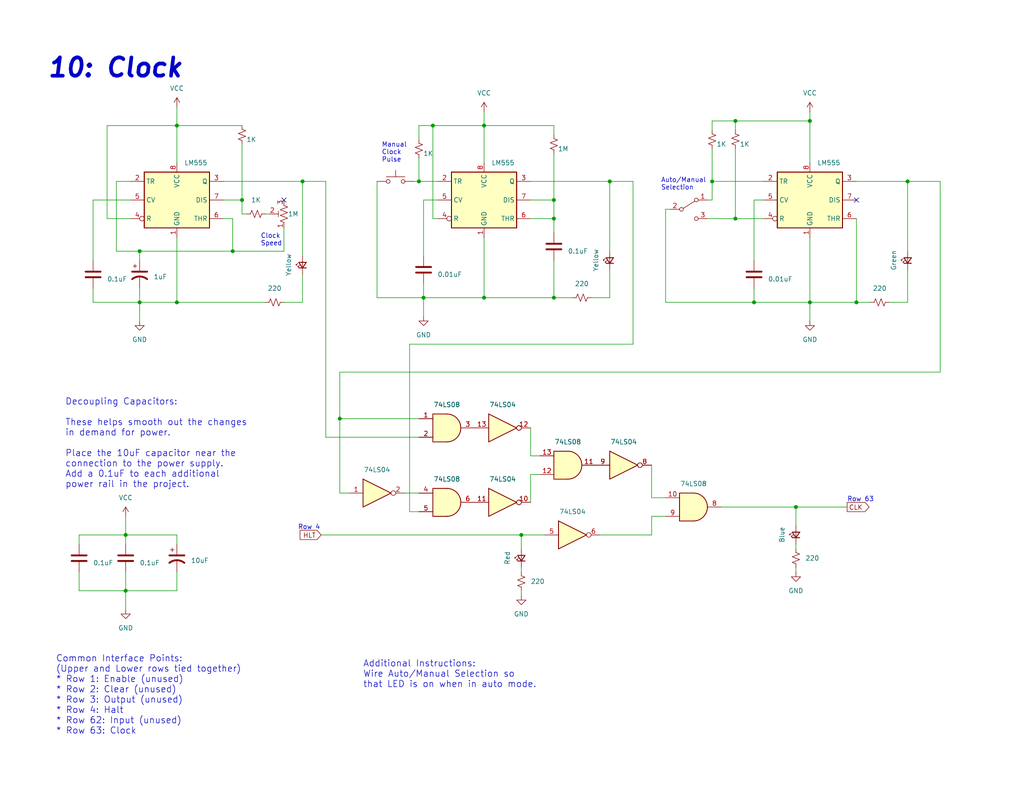
<source format=kicad_sch>
(kicad_sch (version 20211123) (generator eeschema)
  (paper "USLetter")
  (title_block (title "10: Clock Module") (date "2022-02-25") (rev "1.1") (comment 1 "This board is located in Column 1 and in Row 0"))
  (lib_symbols
    (symbol "74xx:74LS04"
      (property "Reference" "U" (at 0 1.27 0))
      (property "Value" "74LS04" (at 0 -1.27 0))
      (symbol "74LS04_1_0"
        (polyline (pts (xy -3.81 3.81) (xy -3.81 -3.81) (xy 3.81 0) (xy -3.81 3.81)) (stroke (width 0.254)) (fill (type background)))
        (pin input line (at -7.62 0 0) (length 3.81) (name "~") (number "1"))
        (pin output inverted (at 7.62 0 180) (length 3.81) (name "~") (number "2"))
      )
      (symbol "74LS04_2_0"
        (polyline (pts (xy -3.81 3.81) (xy -3.81 -3.81) (xy 3.81 0) (xy -3.81 3.81)) (stroke (width 0.254)) (fill (type background)))
        (pin input line (at -7.62 0 0) (length 3.81) (name "~") (number "3"))
        (pin output inverted (at 7.62 0 180) (length 3.81) (name "~") (number "4"))
      )
      (symbol "74LS04_3_0"
        (polyline (pts (xy -3.81 3.81) (xy -3.81 -3.81) (xy 3.81 0) (xy -3.81 3.81)) (stroke (width 0.254)) (fill (type background)))
        (pin input line (at -7.62 0 0) (length 3.81) (name "~") (number "5"))
        (pin output inverted (at 7.62 0 180) (length 3.81) (name "~") (number "6"))
      )
      (symbol "74LS04_4_0"
        (polyline (pts (xy -3.81 3.81) (xy -3.81 -3.81) (xy 3.81 0) (xy -3.81 3.81)) (stroke (width 0.254)) (fill (type background)))
        (pin output inverted (at 7.62 0 180) (length 3.81) (name "~") (number "8"))
        (pin input line (at -7.62 0 0) (length 3.81) (name "~") (number "9"))
      )
      (symbol "74LS04_5_0"
        (polyline (pts (xy -3.81 3.81) (xy -3.81 -3.81) (xy 3.81 0) (xy -3.81 3.81)) (stroke (width 0.254)) (fill (type background)))
        (pin output inverted (at 7.62 0 180) (length 3.81) (name "~") (number "10"))
        (pin input line (at -7.62 0 0) (length 3.81) (name "~") (number "11"))
      )
      (symbol "74LS04_6_0"
        (polyline (pts (xy -3.81 3.81) (xy -3.81 -3.81) (xy 3.81 0) (xy -3.81 3.81)) (stroke (width 0.254)) (fill (type background)))
        (pin output inverted (at 7.62 0 180) (length 3.81) (name "~") (number "12"))
        (pin input line (at -7.62 0 0) (length 3.81) (name "~") (number "13"))
      )
      (symbol "74LS04_7_0"
        (pin power_in line (at 0 12.7 270) (length 5.08) (name "VCC") (number "14"))
        (pin power_in line (at 0 -12.7 90) (length 5.08) (name "GND") (number "7"))
      )
      (symbol "74LS04_7_1"
        (rectangle (start -5.08 7.62) (end 5.08 -7.62) (stroke (width 0.254)) (fill (type background)))
      )
    )
    (symbol "74xx:74LS08" (pin_names (offset 1.016))
      (property "Reference" "U" (at 0 1.27 0))
      (property "Value" "74LS08" (at 0 -1.27 0))
      (symbol "74LS08_1_1"
        (arc (start 0 -3.81) (mid 3.81 0) (end 0 3.81) (stroke (width 0.254)) (fill (type background)))
        (polyline (pts (xy 0 3.81) (xy -3.81 3.81) (xy -3.81 -3.81) (xy 0 -3.81)) (stroke (width 0.254)) (fill (type background)))
        (pin input line (at -7.62 2.54 0) (length 3.81) (name "~") (number "1"))
        (pin input line (at -7.62 -2.54 0) (length 3.81) (name "~") (number "2"))
        (pin output line (at 7.62 0 180) (length 3.81) (name "~") (number "3"))
      )
      (symbol "74LS08_1_2"
        (arc (start -3.81 -3.81) (mid -2.589 0) (end -3.81 3.81) (stroke (width 0.254)))
        (arc (start -0.6096 -3.81) (mid 2.1855 -2.584) (end 3.81 0) (stroke (width 0.254)) (fill (type background)))
        (polyline (pts (xy -3.81 -3.81) (xy -0.635 -3.81)) (stroke (width 0.254)) (fill (type background)))
        (polyline (pts (xy -3.81 3.81) (xy -0.635 3.81)) (stroke (width 0.254)) (fill (type background)))
        (polyline (pts (xy -0.635 3.81) (xy -3.81 3.81) (xy -3.81 3.81) (xy -3.556 3.4036) (xy -3.0226 2.2606) (xy -2.6924 1.0414) (xy -2.6162 -0.254) (xy -2.7686 -1.4986) (xy -3.175 -2.7178) (xy -3.81 -3.81) (xy -3.81 -3.81) (xy -0.635 -3.81)) (stroke (width -25.4)) (fill (type background)))
        (arc (start 3.81 0) (mid 2.1928 2.5925) (end -0.6096 3.81) (stroke (width 0.254)) (fill (type background)))
        (pin input inverted (at -7.62 2.54 0) (length 4.318) (name "~") (number "1"))
        (pin input inverted (at -7.62 -2.54 0) (length 4.318) (name "~") (number "2"))
        (pin output inverted (at 7.62 0 180) (length 3.81) (name "~") (number "3"))
      )
      (symbol "74LS08_2_1"
        (arc (start 0 -3.81) (mid 3.81 0) (end 0 3.81) (stroke (width 0.254)) (fill (type background)))
        (polyline (pts (xy 0 3.81) (xy -3.81 3.81) (xy -3.81 -3.81) (xy 0 -3.81)) (stroke (width 0.254)) (fill (type background)))
        (pin input line (at -7.62 2.54 0) (length 3.81) (name "~") (number "4"))
        (pin input line (at -7.62 -2.54 0) (length 3.81) (name "~") (number "5"))
        (pin output line (at 7.62 0 180) (length 3.81) (name "~") (number "6"))
      )
      (symbol "74LS08_2_2"
        (arc (start -3.81 -3.81) (mid -2.589 0) (end -3.81 3.81) (stroke (width 0.254)))
        (arc (start -0.6096 -3.81) (mid 2.1855 -2.584) (end 3.81 0) (stroke (width 0.254)) (fill (type background)))
        (polyline (pts (xy -3.81 -3.81) (xy -0.635 -3.81)) (stroke (width 0.254)) (fill (type background)))
        (polyline (pts (xy -3.81 3.81) (xy -0.635 3.81)) (stroke (width 0.254)) (fill (type background)))
        (polyline (pts (xy -0.635 3.81) (xy -3.81 3.81) (xy -3.81 3.81) (xy -3.556 3.4036) (xy -3.0226 2.2606) (xy -2.6924 1.0414) (xy -2.6162 -0.254) (xy -2.7686 -1.4986) (xy -3.175 -2.7178) (xy -3.81 -3.81) (xy -3.81 -3.81) (xy -0.635 -3.81)) (stroke (width -25.4)) (fill (type background)))
        (arc (start 3.81 0) (mid 2.1928 2.5925) (end -0.6096 3.81) (stroke (width 0.254)) (fill (type background)))
        (pin input inverted (at -7.62 2.54 0) (length 4.318) (name "~") (number "4"))
        (pin input inverted (at -7.62 -2.54 0) (length 4.318) (name "~") (number "5"))
        (pin output inverted (at 7.62 0 180) (length 3.81) (name "~") (number "6"))
      )
      (symbol "74LS08_3_1"
        (arc (start 0 -3.81) (mid 3.81 0) (end 0 3.81) (stroke (width 0.254)) (fill (type background)))
        (polyline (pts (xy 0 3.81) (xy -3.81 3.81) (xy -3.81 -3.81) (xy 0 -3.81)) (stroke (width 0.254)) (fill (type background)))
        (pin input line (at -7.62 -2.54 0) (length 3.81) (name "~") (number "10"))
        (pin output line (at 7.62 0 180) (length 3.81) (name "~") (number "8"))
        (pin input line (at -7.62 2.54 0) (length 3.81) (name "~") (number "9"))
      )
      (symbol "74LS08_3_2"
        (arc (start -3.81 -3.81) (mid -2.589 0) (end -3.81 3.81) (stroke (width 0.254)))
        (arc (start -0.6096 -3.81) (mid 2.1855 -2.584) (end 3.81 0) (stroke (width 0.254)) (fill (type background)))
        (polyline (pts (xy -3.81 -3.81) (xy -0.635 -3.81)) (stroke (width 0.254)) (fill (type background)))
        (polyline (pts (xy -3.81 3.81) (xy -0.635 3.81)) (stroke (width 0.254)) (fill (type background)))
        (polyline (pts (xy -0.635 3.81) (xy -3.81 3.81) (xy -3.81 3.81) (xy -3.556 3.4036) (xy -3.0226 2.2606) (xy -2.6924 1.0414) (xy -2.6162 -0.254) (xy -2.7686 -1.4986) (xy -3.175 -2.7178) (xy -3.81 -3.81) (xy -3.81 -3.81) (xy -0.635 -3.81)) (stroke (width -25.4)) (fill (type background)))
        (arc (start 3.81 0) (mid 2.1928 2.5925) (end -0.6096 3.81) (stroke (width 0.254)) (fill (type background)))
        (pin input inverted (at -7.62 -2.54 0) (length 4.318) (name "~") (number "10"))
        (pin output inverted (at 7.62 0 180) (length 3.81) (name "~") (number "8"))
        (pin input inverted (at -7.62 2.54 0) (length 4.318) (name "~") (number "9"))
      )
      (symbol "74LS08_4_1"
        (arc (start 0 -3.81) (mid 3.81 0) (end 0 3.81) (stroke (width 0.254)) (fill (type background)))
        (polyline (pts (xy 0 3.81) (xy -3.81 3.81) (xy -3.81 -3.81) (xy 0 -3.81)) (stroke (width 0.254)) (fill (type background)))
        (pin output line (at 7.62 0 180) (length 3.81) (name "~") (number "11"))
        (pin input line (at -7.62 2.54 0) (length 3.81) (name "~") (number "12"))
        (pin input line (at -7.62 -2.54 0) (length 3.81) (name "~") (number "13"))
      )
      (symbol "74LS08_4_2"
        (arc (start -3.81 -3.81) (mid -2.589 0) (end -3.81 3.81) (stroke (width 0.254)))
        (arc (start -0.6096 -3.81) (mid 2.1855 -2.584) (end 3.81 0) (stroke (width 0.254)) (fill (type background)))
        (polyline (pts (xy -3.81 -3.81) (xy -0.635 -3.81)) (stroke (width 0.254)) (fill (type background)))
        (polyline (pts (xy -3.81 3.81) (xy -0.635 3.81)) (stroke (width 0.254)) (fill (type background)))
        (polyline (pts (xy -0.635 3.81) (xy -3.81 3.81) (xy -3.81 3.81) (xy -3.556 3.4036) (xy -3.0226 2.2606) (xy -2.6924 1.0414) (xy -2.6162 -0.254) (xy -2.7686 -1.4986) (xy -3.175 -2.7178) (xy -3.81 -3.81) (xy -3.81 -3.81) (xy -0.635 -3.81)) (stroke (width -25.4)) (fill (type background)))
        (arc (start 3.81 0) (mid 2.1928 2.5925) (end -0.6096 3.81) (stroke (width 0.254)) (fill (type background)))
        (pin output inverted (at 7.62 0 180) (length 3.81) (name "~") (number "11"))
        (pin input inverted (at -7.62 2.54 0) (length 4.318) (name "~") (number "12"))
        (pin input inverted (at -7.62 -2.54 0) (length 4.318) (name "~") (number "13"))
      )
      (symbol "74LS08_5_0"
        (pin power_in line (at 0 12.7 270) (length 5.08) (name "VCC") (number "14"))
        (pin power_in line (at 0 -12.7 90) (length 5.08) (name "GND") (number "7"))
      )
      (symbol "74LS08_5_1"
        (rectangle (start -5.08 7.62) (end 5.08 -7.62) (stroke (width 0.254)) (fill (type background)))
      )
    )
    (symbol "Device:C" (pin_numbers hide) (pin_names (offset 0.254))
      (property "Reference" "C" (at 0.635 2.54 0))
      (property "Value" "C" (at 0.635 -2.54 0))
      (symbol "C_0_1"
        (polyline (pts (xy -2.032 -0.762) (xy 2.032 -0.762)) (stroke (width 0.508)))
        (polyline (pts (xy -2.032 0.762) (xy 2.032 0.762)) (stroke (width 0.508)))
      )
      (symbol "C_1_1"
        (pin passive line (at 0 3.81 270) (length 2.794) (name "~") (number "1"))
        (pin passive line (at 0 -3.81 90) (length 2.794) (name "~") (number "2"))
      )
    )
    (symbol "Device:C_Polarized_US" (pin_numbers hide) (pin_names (offset 0.254) hide)
      (property "Reference" "C" (at 0.635 2.54 0))
      (property "Value" "C_Polarized_US" (at 0.635 -2.54 0))
      (symbol "C_Polarized_US_0_1"
        (polyline (pts (xy -2.032 0.762) (xy 2.032 0.762)) (stroke (width 0.508)))
        (polyline (pts (xy -1.778 2.286) (xy -0.762 2.286)))
        (polyline (pts (xy -1.27 1.778) (xy -1.27 2.794)))
        (arc (start 2.032 -1.27) (mid 0 -0.5572) (end -2.032 -1.27) (stroke (width 0.508)))
      )
      (symbol "C_Polarized_US_1_1"
        (pin passive line (at 0 3.81 270) (length 2.794) (name "~") (number "1"))
        (pin passive line (at 0 -3.81 90) (length 3.302) (name "~") (number "2"))
      )
    )
    (symbol "Device:LED_Small" (pin_numbers hide) (pin_names (offset 0.254) hide)
      (property "Reference" "D" (at -1.27 3.175 0))
      (property "Value" "LED_Small" (at -4.445 -2.54 0))
      (symbol "LED_Small_0_1"
        (polyline (pts (xy -0.762 -1.016) (xy -0.762 1.016)) (stroke (width 0.254)))
        (polyline (pts (xy 1.016 0) (xy -0.762 0)))
        (polyline (pts (xy 0.762 -1.016) (xy -0.762 0) (xy 0.762 1.016) (xy 0.762 -1.016)) (stroke (width 0.254)))
        (polyline (pts (xy 0 0.762) (xy -0.508 1.27) (xy -0.254 1.27) (xy -0.508 1.27) (xy -0.508 1.016)))
        (polyline (pts (xy 0.508 1.27) (xy 0 1.778) (xy 0.254 1.778) (xy 0 1.778) (xy 0 1.524)))
      )
      (symbol "LED_Small_1_1"
        (pin passive line (at -2.54 0 0) (length 1.778) (name "K") (number "1"))
        (pin passive line (at 2.54 0 180) (length 1.778) (name "A") (number "2"))
      )
    )
    (symbol "Device:R_Potentiometer_Trim_US" (pin_names (offset 1.016) hide)
      (property "Reference" "RV" (at -4.445 0 90))
      (property "Value" "R_Potentiometer_Trim_US" (at -2.54 0 90))
      (symbol "R_Potentiometer_Trim_US_0_1"
        (polyline (pts (xy 0 -2.286) (xy 0 -2.54)))
        (polyline (pts (xy 0 2.286) (xy 0 2.54)))
        (polyline (pts (xy 1.524 0.762) (xy 1.524 -0.762)))
        (polyline (pts (xy 2.54 0) (xy 1.524 0)))
        (polyline (pts (xy 0 -0.762) (xy 1.016 -1.143) (xy 0 -1.524) (xy -1.016 -1.905) (xy 0 -2.286)))
        (polyline (pts (xy 0 0.762) (xy 1.016 0.381) (xy 0 0) (xy -1.016 -0.381) (xy 0 -0.762)))
        (polyline (pts (xy 0 2.286) (xy 1.016 1.905) (xy 0 1.524) (xy -1.016 1.143) (xy 0 0.762)))
      )
      (symbol "R_Potentiometer_Trim_US_1_1"
        (pin passive line (at 0 3.81 270) (length 1.27) (name "1") (number "1"))
        (pin passive line (at 3.81 0 180) (length 1.27) (name "2") (number "2"))
        (pin passive line (at 0 -3.81 90) (length 1.27) (name "3") (number "3"))
      )
    )
    (symbol "Device:R_Small_US" (pin_numbers hide) (pin_names (offset 0.254) hide)
      (property "Reference" "R" (at 0.762 0.508 0))
      (property "Value" "R_Small_US" (at 0.762 -1.016 0))
      (symbol "R_Small_US_1_1"
        (polyline (pts (xy 0 0) (xy 1.016 -0.381) (xy 0 -0.762) (xy -1.016 -1.143) (xy 0 -1.524)))
        (polyline (pts (xy 0 1.524) (xy 1.016 1.143) (xy 0 0.762) (xy -1.016 0.381) (xy 0 0)))
        (pin passive line (at 0 2.54 270) (length 1.016) (name "~") (number "1"))
        (pin passive line (at 0 -2.54 90) (length 1.016) (name "~") (number "2"))
      )
    )
    (symbol "Switch:SW_Push" (pin_numbers hide) (pin_names (offset 1.016) hide)
      (property "Reference" "SW" (at 1.27 2.54 0))
      (property "Value" "SW_Push" (at 0 -1.524 0))
      (symbol "SW_Push_0_1"
        (circle (center -2.032 0) (radius 0.508))
        (polyline (pts (xy 0 1.27) (xy 0 3.048)))
        (polyline (pts (xy 2.54 1.27) (xy -2.54 1.27)))
        (circle (center 2.032 0) (radius 0.508))
        (pin passive line (at -5.08 0 0) (length 2.54) (name "1") (number "1"))
        (pin passive line (at 5.08 0 180) (length 2.54) (name "2") (number "2"))
      )
    )
    (symbol "Switch:SW_SPDT" (pin_names (offset 0) hide)
      (property "Reference" "SW" (at 0 4.318 0))
      (property "Value" "SW_SPDT" (at 0 -5.08 0))
      (symbol "SW_SPDT_0_0"
        (circle (center -2.032 0) (radius 0.508))
        (circle (center 2.032 -2.54) (radius 0.508))
      )
      (symbol "SW_SPDT_0_1"
        (polyline (pts (xy -1.524 0.254) (xy 1.651 2.286)))
        (circle (center 2.032 2.54) (radius 0.508))
      )
      (symbol "SW_SPDT_1_1"
        (pin passive line (at 5.08 2.54 180) (length 2.54) (name "A") (number "1"))
        (pin passive line (at -5.08 0 0) (length 2.54) (name "B") (number "2"))
        (pin passive line (at 5.08 -2.54 180) (length 2.54) (name "C") (number "3"))
      )
    )
    (symbol "Timer:LM555xM"
      (property "Reference" "U" (at -10.16 8.89 0))
      (property "Value" "LM555xM" (at 2.54 8.89 0))
      (symbol "LM555xM_0_0"
        (pin power_in line (at 0 -10.16 90) (length 2.54) (name "GND") (number "1"))
        (pin power_in line (at 0 10.16 270) (length 2.54) (name "VCC") (number "8"))
      )
      (symbol "LM555xM_0_1"
        (rectangle (start -8.89 -7.62) (end 8.89 7.62) (stroke (width 0.254)) (fill (type background)))
        (rectangle (start -8.89 -7.62) (end 8.89 7.62) (stroke (width 0.254)) (fill (type background)))
      )
      (symbol "LM555xM_1_1"
        (pin input line (at -12.7 5.08 0) (length 3.81) (name "TR") (number "2"))
        (pin output line (at 12.7 5.08 180) (length 3.81) (name "Q") (number "3"))
        (pin input inverted (at -12.7 -5.08 0) (length 3.81) (name "R") (number "4"))
        (pin input line (at -12.7 0 0) (length 3.81) (name "CV") (number "5"))
        (pin input line (at 12.7 -5.08 180) (length 3.81) (name "THR") (number "6"))
        (pin input line (at 12.7 0 180) (length 3.81) (name "DIS") (number "7"))
      )
    )
    (symbol "power:GND" (power) (pin_names (offset 0))
      (property "Value" "GND" (at 0 -3.81 0))
      (symbol "GND_0_1"
        (polyline (pts (xy 0 0) (xy 0 -1.27) (xy 1.27 -1.27) (xy 0 -2.54) (xy -1.27 -1.27) (xy 0 -1.27)))
      )
      (symbol "GND_1_1"
        (pin power_in line (at 0 0 270) (length 0) hide (name "GND") (number "1"))
      )
    )
    (symbol "power:VCC" (power) (pin_names (offset 0))
      (property "Value" "VCC" (at 0 3.81 0))
      (symbol "VCC_0_1"
        (polyline (pts (xy -0.762 1.27) (xy 0 2.54)))
        (polyline (pts (xy 0 0) (xy 0 2.54)))
        (polyline (pts (xy 0 2.54) (xy 0.762 1.27)))
      )
      (symbol "VCC_1_1"
        (pin power_in line (at 0 0 90) (length 0) hide (name "VCC") (number "1"))
      )
    )
  )
  (junction (at 151.13 81.28))
  (junction (at 132.08 34.29))
  (junction (at 151.13 54.61))
  (junction (at 151.13 59.69))
  (junction (at 38.1 82.55))
  (junction (at 63.5 68.58))
  (junction (at 247.65 49.53))
  (junction (at 200.66 33.02))
  (junction (at 142.24 146.05))
  (junction (at 220.98 82.55))
  (junction (at 66.04 54.61))
  (junction (at 92.71 114.3))
  (junction (at 48.26 82.55))
  (junction (at 34.29 161.29))
  (junction (at 220.98 33.02))
  (junction (at 205.74 82.55))
  (junction (at 34.29 146.05))
  (junction (at 166.37 49.53))
  (junction (at 132.08 81.28))
  (junction (at 217.17 138.43))
  (junction (at 38.1 68.58))
  (junction (at 114.3 49.53))
  (junction (at 200.66 59.69))
  (junction (at 48.26 34.29))
  (junction (at 82.55 49.53))
  (junction (at 115.57 81.28))
  (junction (at 233.68 82.55))
  (junction (at 118.11 34.29))
  (junction (at 194.31 49.53))
  (no_connect (at 233.68 54.61))
  (no_connect (at 77.47 54.61))
  (wire (pts (xy 21.59 156.21) (xy 21.59 161.29)))
  (wire (pts (xy 194.31 49.53) (xy 208.28 49.53)))
  (wire (pts (xy 163.83 146.05) (xy 177.8 146.05)))
  (wire (pts (xy 220.98 82.55) (xy 220.98 87.63)))
  (wire (pts (xy 38.1 82.55) (xy 38.1 87.63)))
  (wire (pts (xy 114.3 49.53) (xy 119.38 49.53)))
  (wire (pts (xy 144.78 54.61) (xy 151.13 54.61)))
  (wire (pts (xy 132.08 34.29) (xy 132.08 44.45)))
  (wire (pts (xy 115.57 81.28) (xy 132.08 81.28)))
  (wire (pts (xy 60.96 49.53) (xy 82.55 49.53)))
  (wire (pts (xy 115.57 77.47) (xy 115.57 81.28)))
  (wire (pts (xy 25.4 78.74) (xy 25.4 82.55)))
  (wire (pts (xy 60.96 54.61) (xy 66.04 54.61)))
  (wire (pts (xy 233.68 82.55) (xy 237.49 82.55)))
  (wire (pts (xy 60.96 59.69) (xy 63.5 59.69)))
  (wire (pts (xy 144.78 129.54) (xy 147.32 129.54)))
  (wire (pts (xy 256.54 49.53) (xy 256.54 101.6)))
  (wire (pts (xy 35.56 59.69) (xy 29.21 59.69)))
  (wire (pts (xy 205.74 54.61) (xy 205.74 71.12)))
  (wire (pts (xy 177.8 127) (xy 177.8 135.89)))
  (wire (pts (xy 142.24 146.05) (xy 148.59 146.05)))
  (wire (pts (xy 21.59 161.29) (xy 34.29 161.29)))
  (wire (pts (xy 151.13 41.91) (xy 151.13 54.61)))
  (wire (pts (xy 38.1 68.58) (xy 38.1 71.12)))
  (wire (pts (xy 200.66 33.02) (xy 220.98 33.02)))
  (wire (pts (xy 193.04 59.69) (xy 200.66 59.69)))
  (wire (pts (xy 247.65 68.58) (xy 247.65 49.53)))
  (wire (pts (xy 102.87 49.53) (xy 102.87 81.28)))
  (wire (pts (xy 114.3 38.1) (xy 114.3 34.29)))
  (wire (pts (xy 118.11 34.29) (xy 132.08 34.29)))
  (wire (pts (xy 25.4 82.55) (xy 38.1 82.55)))
  (wire (pts (xy 88.9 119.38) (xy 88.9 49.53)))
  (wire (pts (xy 25.4 54.61) (xy 25.4 71.12)))
  (wire (pts (xy 72.39 58.42) (xy 73.66 58.42)))
  (wire (pts (xy 66.04 34.29) (xy 48.26 34.29)))
  (wire (pts (xy 35.56 54.61) (xy 25.4 54.61)))
  (wire (pts (xy 38.1 82.55) (xy 48.26 82.55)))
  (wire (pts (xy 21.59 148.59) (xy 21.59 146.05)))
  (wire (pts (xy 115.57 54.61) (xy 115.57 69.85)))
  (wire (pts (xy 217.17 154.94) (xy 217.17 156.21)))
  (wire (pts (xy 82.55 74.93) (xy 82.55 82.55)))
  (wire (pts (xy 92.71 101.6) (xy 256.54 101.6)))
  (wire (pts (xy 114.3 34.29) (xy 118.11 34.29)))
  (wire (pts (xy 208.28 54.61) (xy 205.74 54.61)))
  (wire (pts (xy 114.3 43.18) (xy 114.3 49.53)))
  (wire (pts (xy 115.57 81.28) (xy 115.57 86.36)))
  (wire (pts (xy 118.11 59.69) (xy 119.38 59.69)))
  (wire (pts (xy 144.78 49.53) (xy 166.37 49.53)))
  (wire (pts (xy 63.5 59.69) (xy 63.5 68.58)))
  (wire (pts (xy 182.88 57.15) (xy 181.61 57.15)))
  (wire (pts (xy 172.72 93.98) (xy 111.76 93.98)))
  (wire (pts (xy 220.98 33.02) (xy 220.98 44.45)))
  (wire (pts (xy 217.17 148.59) (xy 217.17 149.86)))
  (wire (pts (xy 29.21 59.69) (xy 29.21 34.29)))
  (wire (pts (xy 38.1 78.74) (xy 38.1 82.55)))
  (wire (pts (xy 177.8 135.89) (xy 181.61 135.89)))
  (wire (pts (xy 233.68 59.69) (xy 233.68 82.55)))
  (wire (pts (xy 111.76 93.98) (xy 111.76 139.7)))
  (wire (pts (xy 132.08 30.48) (xy 132.08 34.29)))
  (wire (pts (xy 92.71 114.3) (xy 114.3 114.3)))
  (wire (pts (xy 110.49 134.62) (xy 114.3 134.62)))
  (wire (pts (xy 119.38 54.61) (xy 115.57 54.61)))
  (wire (pts (xy 151.13 81.28) (xy 156.21 81.28)))
  (wire (pts (xy 29.21 34.29) (xy 48.26 34.29)))
  (wire (pts (xy 66.04 39.37) (xy 66.04 54.61)))
  (wire (pts (xy 48.26 156.21) (xy 48.26 161.29)))
  (wire (pts (xy 194.31 49.53) (xy 194.31 54.61)))
  (wire (pts (xy 92.71 114.3) (xy 92.71 134.62)))
  (wire (pts (xy 77.47 62.23) (xy 77.47 68.58)))
  (wire (pts (xy 144.78 137.16) (xy 144.78 129.54)))
  (wire (pts (xy 194.31 33.02) (xy 200.66 33.02)))
  (wire (pts (xy 144.78 124.46) (xy 147.32 124.46)))
  (wire (pts (xy 111.76 139.7) (xy 114.3 139.7)))
  (wire (pts (xy 132.08 64.77) (xy 132.08 81.28)))
  (wire (pts (xy 132.08 34.29) (xy 151.13 34.29)))
  (wire (pts (xy 48.26 64.77) (xy 48.26 82.55)))
  (wire (pts (xy 166.37 49.53) (xy 166.37 68.58)))
  (wire (pts (xy 220.98 30.48) (xy 220.98 33.02)))
  (wire (pts (xy 205.74 78.74) (xy 205.74 82.55)))
  (wire (pts (xy 31.75 68.58) (xy 38.1 68.58)))
  (wire (pts (xy 34.29 140.97) (xy 34.29 146.05)))
  (wire (pts (xy 151.13 59.69) (xy 151.13 63.5)))
  (wire (pts (xy 194.31 40.64) (xy 194.31 49.53)))
  (wire (pts (xy 181.61 82.55) (xy 205.74 82.55)))
  (wire (pts (xy 151.13 54.61) (xy 151.13 59.69)))
  (wire (pts (xy 177.8 146.05) (xy 177.8 140.97)))
  (wire (pts (xy 196.85 138.43) (xy 217.17 138.43)))
  (wire (pts (xy 242.57 82.55) (xy 247.65 82.55)))
  (wire (pts (xy 77.47 68.58) (xy 63.5 68.58)))
  (wire (pts (xy 66.04 54.61) (xy 66.04 58.42)))
  (wire (pts (xy 200.66 40.64) (xy 200.66 59.69)))
  (wire (pts (xy 200.66 59.69) (xy 208.28 59.69)))
  (wire (pts (xy 205.74 82.55) (xy 220.98 82.55)))
  (wire (pts (xy 102.87 81.28) (xy 115.57 81.28)))
  (wire (pts (xy 161.29 81.28) (xy 166.37 81.28)))
  (wire (pts (xy 82.55 49.53) (xy 88.9 49.53)))
  (wire (pts (xy 82.55 49.53) (xy 82.55 69.85)))
  (wire (pts (xy 48.26 34.29) (xy 48.26 44.45)))
  (wire (pts (xy 220.98 82.55) (xy 233.68 82.55)))
  (wire (pts (xy 48.26 161.29) (xy 34.29 161.29)))
  (wire (pts (xy 34.29 161.29) (xy 34.29 166.37)))
  (wire (pts (xy 31.75 49.53) (xy 31.75 68.58)))
  (wire (pts (xy 217.17 138.43) (xy 231.14 138.43)))
  (wire (pts (xy 151.13 34.29) (xy 151.13 36.83)))
  (wire (pts (xy 217.17 138.43) (xy 217.17 143.51)))
  (wire (pts (xy 142.24 154.94) (xy 142.24 156.21)))
  (wire (pts (xy 194.31 35.56) (xy 194.31 33.02)))
  (wire (pts (xy 132.08 81.28) (xy 151.13 81.28)))
  (wire (pts (xy 92.71 101.6) (xy 92.71 114.3)))
  (wire (pts (xy 177.8 140.97) (xy 181.61 140.97)))
  (wire (pts (xy 118.11 34.29) (xy 118.11 59.69)))
  (wire (pts (xy 181.61 57.15) (xy 181.61 82.55)))
  (wire (pts (xy 142.24 146.05) (xy 142.24 149.86)))
  (wire (pts (xy 34.29 146.05) (xy 34.29 148.59)))
  (wire (pts (xy 34.29 156.21) (xy 34.29 161.29)))
  (wire (pts (xy 172.72 49.53) (xy 172.72 93.98)))
  (wire (pts (xy 220.98 64.77) (xy 220.98 82.55)))
  (wire (pts (xy 48.26 82.55) (xy 72.39 82.55)))
  (wire (pts (xy 166.37 73.66) (xy 166.37 81.28)))
  (wire (pts (xy 233.68 49.53) (xy 247.65 49.53)))
  (wire (pts (xy 151.13 71.12) (xy 151.13 81.28)))
  (wire (pts (xy 63.5 68.58) (xy 38.1 68.58)))
  (wire (pts (xy 66.04 58.42) (xy 67.31 58.42)))
  (wire (pts (xy 48.26 29.21) (xy 48.26 34.29)))
  (wire (pts (xy 77.47 82.55) (xy 82.55 82.55)))
  (wire (pts (xy 247.65 73.66) (xy 247.65 82.55)))
  (wire (pts (xy 166.37 49.53) (xy 172.72 49.53)))
  (wire (pts (xy 142.24 161.29) (xy 142.24 162.56)))
  (wire (pts (xy 113.03 49.53) (xy 114.3 49.53)))
  (wire (pts (xy 114.3 119.38) (xy 88.9 119.38)))
  (wire (pts (xy 35.56 49.53) (xy 31.75 49.53)))
  (wire (pts (xy 48.26 146.05) (xy 34.29 146.05)))
  (wire (pts (xy 247.65 49.53) (xy 256.54 49.53)))
  (wire (pts (xy 87.63 146.05) (xy 142.24 146.05)))
  (wire (pts (xy 144.78 59.69) (xy 151.13 59.69)))
  (wire (pts (xy 144.78 116.84) (xy 144.78 124.46)))
  (wire (pts (xy 48.26 148.59) (xy 48.26 146.05)))
  (wire (pts (xy 193.04 54.61) (xy 194.31 54.61)))
  (wire (pts (xy 200.66 35.56) (xy 200.66 33.02)))
  (wire (pts (xy 92.71 134.62) (xy 95.25 134.62)))
  (wire (pts (xy 21.59 146.05) (xy 34.29 146.05)))
  (text "Row 63" (at 231.14 137.16 0) (effects (font (size 1.27 1.27)) (justify left bottom)))
  (text "Manual\nClock\nPulse" (at 104.14 44.45 0) (effects (font (size 1.27 1.27)) (justify left bottom)))
  (text "Clock\nSpeed" (at 71.12 67.31 0) (effects (font (size 1.27 1.27)) (justify left bottom)))
  (text "Common Interface Points:\n(Upper and Lower rows tied together)\n* Row 1: Enable (unused)\n* Row 2: Clear (unused)\n* Row 3: Output (unused)\n* Row 4: Halt\n* Row 62: Input (unused)\n* Row 63: Clock" (at 15.24 200.66 0) (effects (font (size 1.75 1.75)) (justify left bottom)))
  (text "Decoupling Capacitors:\n\nThese helps smooth out the changes\nin demand for power.\n\nPlace the 10uF capacitor near the \nconnection to the power supply. \nAdd a 0.1uF to each additional \npower rail in the project." (at 17.78 133.35 0) (effects (font (size 1.75 1.75)) (justify left bottom)))
  (text "Additional Instructions:\nWire Auto/Manual Selection so \nthat LED is on when in auto mode." (at 99.06 187.96 0) (effects (font (size 1.75 1.75)) (justify left bottom)))
  (text "Auto/Manual\nSelection" (at 180.34 52.07 0) (effects (font (size 1.27 1.27)) (justify left bottom)))
  (text "Row 4" (at 81.28 144.78 0) (effects (font (size 1.27 1.27)) (justify left bottom)))
  (text "10: Clock" (at 12.7 21.59 0) (effects (font (size 5 5) (thickness 1) bold italic) (justify left bottom)))
  (global_label "HLT" (shape input) (at 87.63 146.05 180) (property "Intersheet References" "${INTERSHEET_REFS}" (effects hide)))
  (global_label "CLK" (shape output) (at 231.14 138.43 0) (property "Intersheet References" "${INTERSHEET_REFS}" (effects hide)))
  (symbol (lib_id "power:GND") (at 142.24 162.56 0) (unit 1)
    (property "Reference" "#PWR0107" (effects hide))
    (property "Value" "GND" (at 142.24 167.64 0))
  )
  (symbol (lib_id "Device:R_Small_US") (at 217.17 152.4 180) (unit 1)
    (property "Reference" "R10" (effects hide))
    (property "Value" "220" (at 219.71 152.3999 0) (effects (justify right)))
  )
  (symbol (lib_id "Device:LED_Small") (at 166.37 71.12 90) (unit 1)
    (property "Reference" "D3" (effects hide))
    (property "Value" "Yellow" (at 162.56 71.0565 0))
  )
  (symbol (lib_id "Device:C") (at 34.29 152.4 0) (unit 1)
    (property "Reference" "C7" (effects hide))
    (property "Value" "0.1uF" (at 38.1 153.6699 0) (effects (justify left)))
  )
  (symbol (lib_id "power:GND") (at 220.98 87.63 0) (unit 1)
    (property "Reference" "#PWR0105" (effects hide))
    (property "Value" "GND" (at 220.98 92.71 0))
  )
  (symbol (lib_id "Device:R_Small_US") (at 158.75 81.28 90) (unit 1)
    (property "Reference" "R7" (effects hide))
    (property "Value" "220" (at 158.75 77.47 90))
  )
  (symbol (lib_id "74xx:74LS08") (at 121.92 137.16 0) (unit 2)
    (property "Reference" "U3" (effects hide))
    (property "Value" "74LS08" (at 121.92 130.81 0))
    (property "Datasheet" "http://www.ti.com/lit/gpn/sn74LS08" (effects hide))
  )
  (symbol (lib_id "74xx:74LS04") (at 102.87 134.62 0) (unit 1)
    (property "Reference" "U2" (effects hide))
    (property "Value" "74LS04" (at 102.87 128.27 0))
    (property "Datasheet" "http://www.ti.com/lit/gpn/sn74LS04" (effects hide))
  )
  (symbol (lib_id "Device:R_Small_US") (at 200.66 38.1 0) (unit 1)
    (property "Reference" "R9" (effects hide))
    (property "Value" "1K" (at 203.2 39.3699 0))
  )
  (symbol (lib_id "power:VCC") (at 48.26 29.21 0) (unit 1)
    (property "Reference" "#PWR0102" (effects hide))
    (property "Value" "VCC" (at 48.26 24.13 0))
  )
  (symbol (lib_id "Device:C") (at 21.59 152.4 0) (unit 1)
    (property "Reference" "C6" (effects hide))
    (property "Value" "0.1uF" (at 25.4 153.6699 0) (effects (justify left)))
  )
  (symbol (lib_id "Device:LED_Small") (at 247.65 71.12 90) (unit 1)
    (property "Reference" "D5" (effects hide))
    (property "Value" "Green" (at 243.84 71.0565 0))
  )
  (symbol (lib_id "power:VCC") (at 34.29 140.97 0) (unit 1)
    (property "Reference" "#PWR01" (effects hide))
    (property "Value" "VCC" (at 34.29 135.89 0))
  )
  (symbol (lib_id "74xx:74LS08") (at 154.94 127 0) (mirror x) (unit 4)
    (property "Reference" "U3" (effects hide))
    (property "Value" "74LS08" (at 154.94 120.65 0))
    (property "Datasheet" "http://www.ti.com/lit/gpn/sn74LS08" (effects hide))
  )
  (symbol (lib_id "Device:R_Small_US") (at 194.31 38.1 0) (unit 1)
    (property "Reference" "R8" (effects hide))
    (property "Value" "1K" (at 196.85 39.3699 0))
  )
  (symbol (lib_id "74xx:74LS08") (at 121.92 116.84 0) (unit 1)
    (property "Reference" "U3" (effects hide))
    (property "Value" "74LS08" (at 121.92 110.49 0))
    (property "Datasheet" "http://www.ti.com/lit/gpn/sn74LS08" (effects hide))
  )
  (symbol (lib_id "74xx:74LS08") (at 189.23 138.43 0) (mirror x) (unit 3)
    (property "Reference" "U3" (effects hide))
    (property "Value" "74LS08" (at 189.23 132.08 0))
    (property "Datasheet" "http://www.ti.com/lit/gpn/sn74LS08" (effects hide))
  )
  (symbol (lib_id "Device:R_Small_US") (at 240.03 82.55 90) (unit 1)
    (property "Reference" "R11" (effects hide))
    (property "Value" "220" (at 240.03 78.74 90))
  )
  (symbol (lib_id "74xx:74LS04") (at 137.16 137.16 0) (unit 5)
    (property "Reference" "U2" (effects hide))
    (property "Value" "74LS04" (at 137.16 130.81 0))
    (property "Datasheet" "http://www.ti.com/lit/gpn/sn74LS04" (effects hide))
  )
  (symbol (lib_id "Device:R_Small_US") (at 66.04 36.83 0) (unit 1)
    (property "Reference" "R1" (effects hide))
    (property "Value" "1K" (at 68.58 38.0999 0))
  )
  (symbol (lib_id "74xx:74LS04") (at 170.18 127 0) (unit 4)
    (property "Reference" "U2" (effects hide))
    (property "Value" "74LS04" (at 170.18 120.65 0))
    (property "Datasheet" "http://www.ti.com/lit/gpn/sn74LS04" (effects hide))
  )
  (symbol (lib_id "Device:LED_Small") (at 142.24 152.4 90) (unit 1)
    (property "Reference" "D2" (effects hide))
    (property "Value" "Red" (at 138.43 152.3365 0))
  )
  (symbol (lib_id "power:VCC") (at 132.08 30.48 0) (unit 1)
    (property "Reference" "#PWR0104" (effects hide))
    (property "Value" "VCC" (at 132.08 25.4 0))
  )
  (symbol (lib_id "Device:R_Small_US") (at 74.93 82.55 90) (unit 1)
    (property "Reference" "R3" (effects hide))
    (property "Value" "220" (at 74.93 78.74 90))
  )
  (symbol (lib_id "Device:R_Small_US") (at 151.13 39.37 0) (unit 1)
    (property "Reference" "R6" (effects hide))
    (property "Value" "1M" (at 153.67 40.6399 0))
  )
  (symbol (lib_id "power:VCC") (at 220.98 30.48 0) (unit 1)
    (property "Reference" "#PWR0106" (effects hide))
    (property "Value" "VCC" (at 220.98 25.4 0))
  )
  (symbol (lib_id "Device:C") (at 115.57 73.66 0) (unit 1)
    (property "Reference" "C3" (effects hide))
    (property "Value" "0.01uF" (at 119.38 74.9299 0) (effects (justify left)))
  )
  (symbol (lib_id "74xx:74LS04") (at 137.16 116.84 0) (unit 6)
    (property "Reference" "U2" (effects hide))
    (property "Value" "74LS04" (at 137.16 110.49 0))
    (property "Datasheet" "http://www.ti.com/lit/gpn/sn74LS04" (effects hide))
  )
  (symbol (lib_id "Device:R_Small_US") (at 69.85 58.42 90) (unit 1)
    (property "Reference" "R2" (effects hide))
    (property "Value" "1K" (at 69.85 54.61 90))
  )
  (symbol (lib_id "Device:LED_Small") (at 82.55 72.39 90) (unit 1)
    (property "Reference" "D1" (effects hide))
    (property "Value" "Yellow" (at 78.74 72.3265 0))
  )
  (symbol (lib_id "74xx:74LS04") (at 156.21 146.05 0) (unit 3)
    (property "Reference" "U2" (effects hide))
    (property "Value" "74LS04" (at 156.21 139.7 0))
    (property "Datasheet" "http://www.ti.com/lit/gpn/sn74LS04" (effects hide))
  )
  (symbol (lib_id "Switch:SW_Push") (at 107.95 49.53 0) (unit 1)
    (property "Reference" "SW1" (effects hide))
    (property "Value" "SW_Push" (effects hide))
  )
  (symbol (lib_id "Device:LED_Small") (at 217.17 146.05 90) (unit 1)
    (property "Reference" "D4" (effects hide))
    (property "Value" "Blue" (at 213.36 145.9865 0))
  )
  (symbol (lib_id "Device:C") (at 151.13 67.31 0) (unit 1)
    (property "Reference" "C4" (effects hide))
    (property "Value" "0.1uF" (at 154.94 68.5799 0) (effects (justify left)))
  )
  (symbol (lib_id "Device:C") (at 205.74 74.93 0) (unit 1)
    (property "Reference" "C5" (effects hide))
    (property "Value" "0.01uF" (at 209.55 76.1999 0) (effects (justify left)))
  )
  (symbol (lib_id "power:GND") (at 217.17 156.21 0) (unit 1)
    (property "Reference" "#PWR0108" (effects hide))
    (property "Value" "GND" (at 217.17 161.29 0))
  )
  (symbol (lib_id "Timer:LM555xM") (at 220.98 54.61 0) (unit 1)
    (property "Reference" "U5" (effects hide))
    (property "Value" "LM555" (at 222.9994 44.45 0) (effects (justify left)))
    (property "Footprint" "Package_SO:SOIC-8_3.9x4.9mm_P1.27mm" (effects hide))
    (property "Datasheet" "http://www.ti.com/lit/ds/symlink/lm555.pdf" (effects hide))
  )
  (symbol (lib_id "Switch:SW_SPDT") (at 187.96 57.15 0) (unit 1)
    (property "Reference" "SW2" (effects hide))
    (property "Value" "SW_SPDT" (effects hide))
  )
  (symbol (lib_id "Device:R_Small_US") (at 114.3 40.64 0) (unit 1)
    (property "Reference" "R4" (effects hide))
    (property "Value" "1K" (at 116.84 41.9099 0))
  )
  (symbol (lib_id "power:GND") (at 34.29 166.37 0) (unit 1)
    (property "Reference" "#PWR02" (effects hide))
    (property "Value" "GND" (at 34.29 171.45 0))
  )
  (symbol (lib_id "Device:R_Small_US") (at 142.24 158.75 180) (unit 1)
    (property "Reference" "R5" (effects hide))
    (property "Value" "220" (at 144.78 158.7499 0) (effects (justify right)))
  )
  (symbol (lib_id "Timer:LM555xM") (at 48.26 54.61 0) (unit 1)
    (property "Reference" "U1" (effects hide))
    (property "Value" "LM555" (at 50.2794 44.45 0) (effects (justify left)))
    (property "Footprint" "Package_SO:SOIC-8_3.9x4.9mm_P1.27mm" (effects hide))
    (property "Datasheet" "http://www.ti.com/lit/ds/symlink/lm555.pdf" (effects hide))
  )
  (symbol (lib_id "power:GND") (at 115.57 86.36 0) (unit 1)
    (property "Reference" "#PWR0103" (effects hide))
    (property "Value" "GND" (at 115.57 91.44 0))
  )
  (symbol (lib_id "Device:C_Polarized_US") (at 48.26 152.4 0) (unit 1)
    (property "Reference" "C8" (effects hide))
    (property "Value" "10uF" (at 52.07 153.0349 0) (effects (justify left)))
  )
  (symbol (lib_id "Device:C") (at 25.4 74.93 0) (unit 1)
    (property "Reference" "C1" (effects hide))
    (property "Value" "0.1uF" (at 29.21 76.1999 0) (effects (justify left)))
  )
  (symbol (lib_id "Device:R_Potentiometer_Trim_US") (at 77.47 58.42 180) (unit 1)
    (property "Reference" "RV1" (effects hide))
    (property "Value" "1M" (at 80.01 58.4199 0))
  )
  (symbol (lib_id "Device:C_Polarized_US") (at 38.1 74.93 0) (unit 1)
    (property "Reference" "C2" (effects hide))
    (property "Value" "1uF" (at 41.91 75.5649 0) (effects (justify left)))
  )
  (symbol (lib_id "power:GND") (at 38.1 87.63 0) (unit 1)
    (property "Reference" "#PWR0101" (effects hide))
    (property "Value" "GND" (at 38.1 92.71 0))
  )
  (symbol (lib_id "Timer:LM555xM") (at 132.08 54.61 0) (unit 1)
    (property "Reference" "U4" (effects hide))
    (property "Value" "LM555" (at 134.0994 44.45 0) (effects (justify left)))
    (property "Footprint" "Package_SO:SOIC-8_3.9x4.9mm_P1.27mm" (effects hide))
    (property "Datasheet" "http://www.ti.com/lit/ds/symlink/lm555.pdf" (effects hide))
  )
)
</source>
